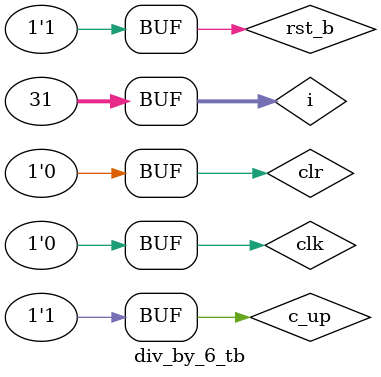
<source format=v>
module rgst #(
    parameter w=8
)(
    input clk, rst_b, ld, clr, 
    input [w-1:0] d, 
    output reg [w-1:0] q
);
    always @ (posedge clk, negedge rst_b)
        if (!rst_b)                 q <= 0;
        else if (clr)               q <= 0;
        else if (ld)                q <= d;
endmodule

module div_by_6(
  input clr, c_up, clk, rst_b,
  output dclk
);

wire [2:0] q;

rgst #(.w(3)) REG(
  .clk(clk),
  .rst_b(rst_b),
  .ld(c_up),
  .clr(clr | (q[2]&q[0])),
  .d({q[2] ^ (q[1] & q[0]), q[1] ^ q[0], ~q[0]}),
  .q(q)
);

assign dclk = ~(q[2] | q[1] | q[0]);

endmodule

module div_by_6_tb;
reg clk, rst_b, clr, c_up;
wire dclk;

div_by_6 uut(
  .clr(clr),
  .c_up(c_up),
  .clk(clk),
  .rst_b(rst_b),
  .dclk(dclk)
);

initial begin
  clk = 0;
  rst_b = 0;
  clr = 0;
  c_up = 1;
end

integer i;
initial begin
  for(i = 1; i <= 30; i = i + 1) begin
    #50; clk = ~clk;
  end
end

initial begin
  #25; rst_b = 1;
end

initial begin
  #700; clr = 1;
  #100; clr = 0;
  #600; clr = 1;
  #100; clr = 0;
end

 initial begin
    $monitor("Timp: %t | clk: %b | rst_b: %b | clr: %b | c_up: %b | dclk: %b", $time, clk, rst_b, clr, c_up, dclk);
  end


endmodule
  
  
</source>
